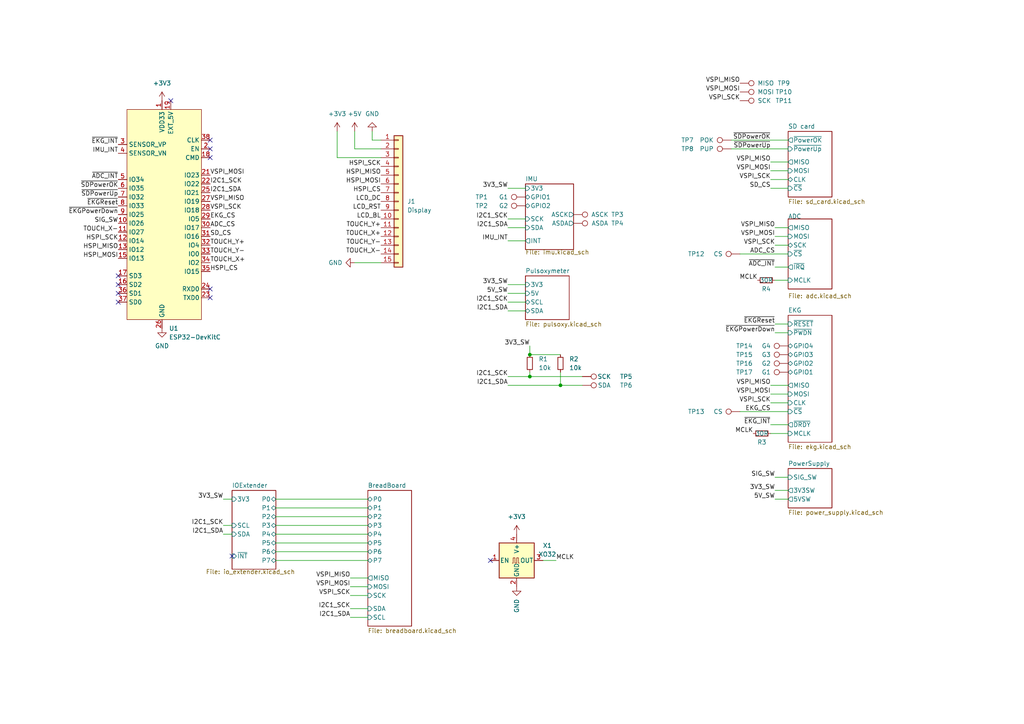
<source format=kicad_sch>
(kicad_sch (version 20211123) (generator eeschema)
  (paper "A4")
  (lib_symbols
    (symbol "Connector:TestPoint" (pin_numbers hide) (pin_names (offset 0.762) hide)
      (property "Reference" "TP" (at 0 6.858 0))
      (property "Value" "TestPoint" (at 0 5.08 0))
      (symbol "TestPoint_0_1"
        (circle (center 0 3.302) (radius 0.762))
      )
      (symbol "TestPoint_1_1"
        (pin passive line (at 0 0 90) (length 2.54) (name "1") (number "1"))
      )
    )
    (symbol "Connector_Generic:Conn_01x15" (pin_names (offset 1.016) hide)
      (property "Reference" "J" (at 0 20.32 0))
      (property "Value" "Conn_01x15" (at 0 -20.32 0))
      (symbol "Conn_01x15_1_1"
        (rectangle (start -1.27 -17.653) (end 0 -17.907) (stroke (width 0.1524)))
        (rectangle (start -1.27 -15.113) (end 0 -15.367) (stroke (width 0.1524)))
        (rectangle (start -1.27 -12.573) (end 0 -12.827) (stroke (width 0.1524)))
        (rectangle (start -1.27 -10.033) (end 0 -10.287) (stroke (width 0.1524)))
        (rectangle (start -1.27 -7.493) (end 0 -7.747) (stroke (width 0.1524)))
        (rectangle (start -1.27 -4.953) (end 0 -5.207) (stroke (width 0.1524)))
        (rectangle (start -1.27 -2.413) (end 0 -2.667) (stroke (width 0.1524)))
        (rectangle (start -1.27 0.127) (end 0 -0.127) (stroke (width 0.1524)))
        (rectangle (start -1.27 2.667) (end 0 2.413) (stroke (width 0.1524)))
        (rectangle (start -1.27 5.207) (end 0 4.953) (stroke (width 0.1524)))
        (rectangle (start -1.27 7.747) (end 0 7.493) (stroke (width 0.1524)))
        (rectangle (start -1.27 10.287) (end 0 10.033) (stroke (width 0.1524)))
        (rectangle (start -1.27 12.827) (end 0 12.573) (stroke (width 0.1524)))
        (rectangle (start -1.27 15.367) (end 0 15.113) (stroke (width 0.1524)))
        (rectangle (start -1.27 17.907) (end 0 17.653) (stroke (width 0.1524)))
        (rectangle (start -1.27 19.05) (end 1.27 -19.05) (stroke (width 0.254)) (fill (type background)))
        (pin passive line (at -5.08 17.78 0) (length 3.81) (name "Pin_1") (number "1"))
        (pin passive line (at -5.08 -5.08 0) (length 3.81) (name "Pin_10") (number "10"))
        (pin passive line (at -5.08 -7.62 0) (length 3.81) (name "Pin_11") (number "11"))
        (pin passive line (at -5.08 -10.16 0) (length 3.81) (name "Pin_12") (number "12"))
        (pin passive line (at -5.08 -12.7 0) (length 3.81) (name "Pin_13") (number "13"))
        (pin passive line (at -5.08 -15.24 0) (length 3.81) (name "Pin_14") (number "14"))
        (pin passive line (at -5.08 -17.78 0) (length 3.81) (name "Pin_15") (number "15"))
        (pin passive line (at -5.08 15.24 0) (length 3.81) (name "Pin_2") (number "2"))
        (pin passive line (at -5.08 12.7 0) (length 3.81) (name "Pin_3") (number "3"))
        (pin passive line (at -5.08 10.16 0) (length 3.81) (name "Pin_4") (number "4"))
        (pin passive line (at -5.08 7.62 0) (length 3.81) (name "Pin_5") (number "5"))
        (pin passive line (at -5.08 5.08 0) (length 3.81) (name "Pin_6") (number "6"))
        (pin passive line (at -5.08 2.54 0) (length 3.81) (name "Pin_7") (number "7"))
        (pin passive line (at -5.08 0 0) (length 3.81) (name "Pin_8") (number "8"))
        (pin passive line (at -5.08 -2.54 0) (length 3.81) (name "Pin_9") (number "9"))
      )
    )
    (symbol "Device:R_Small" (pin_numbers hide) (pin_names (offset 0.254) hide)
      (property "Reference" "R" (at 0.762 0.508 0))
      (property "Value" "R_Small" (at 0.762 -1.016 0))
      (symbol "R_Small_0_1"
        (rectangle (start -0.762 1.778) (end 0.762 -1.778) (stroke (width 0.2032)))
      )
      (symbol "R_Small_1_1"
        (pin passive line (at 0 2.54 270) (length 0.762) (name "~") (number "1"))
        (pin passive line (at 0 -2.54 90) (length 0.762) (name "~") (number "2"))
      )
    )
    (symbol "Oscillator:XO32" (pin_names (offset 0.254))
      (property "Reference" "X" (at -5.08 6.35 0))
      (property "Value" "XO32" (at 1.27 -6.35 0))
      (symbol "XO32_0_1"
        (rectangle (start -5.08 5.08) (end 5.08 -5.08) (stroke (width 0.254)) (fill (type background)))
        (polyline (pts (xy -1.27 -0.762) (xy -1.016 -0.762) (xy -1.016 0.762) (xy -0.508 0.762) (xy -0.508 -0.762) (xy 0 -0.762) (xy 0 0.762) (xy 0.508 0.762) (xy 0.508 -0.762) (xy 0.762 -0.762)))
      )
      (symbol "XO32_1_1"
        (pin input line (at -7.62 0 0) (length 2.54) (name "EN") (number "1"))
        (pin power_in line (at 0 -7.62 90) (length 2.54) (name "GND") (number "2"))
        (pin output line (at 7.62 0 180) (length 2.54) (name "OUT") (number "3"))
        (pin power_in line (at 0 7.62 270) (length 2.54) (name "V+") (number "4"))
      )
    )
    (symbol "ownLib:ESP32-DevKitC"
      (property "Reference" "U" (at -2.54 10.16 0))
      (property "Value" "ESP32-DevKitC" (at 0 -1.27 90))
      (symbol "ESP32-DevKitC_0_0"
        (pin power_in line (at -1.27 35.56 270) (length 2.54) (name "VDD33") (number "1"))
        (pin bidirectional line (at -13.97 0 0) (length 2.54) (name "IO26") (number "10"))
        (pin bidirectional line (at -13.97 -2.54 0) (length 2.54) (name "IO27") (number "11"))
        (pin bidirectional line (at -13.97 -5.08 0) (length 2.54) (name "IO14") (number "12"))
        (pin bidirectional line (at -13.97 -7.62 0) (length 2.54) (name "IO12") (number "13"))
        (pin power_in line (at -1.27 -30.48 90) (length 2.54) hide (name "GND") (number "14"))
        (pin bidirectional line (at -13.97 -10.16 0) (length 2.54) (name "IO13") (number "15"))
        (pin bidirectional line (at -13.97 -17.78 0) (length 2.54) (name "SD2") (number "16"))
        (pin bidirectional line (at -13.97 -15.24 0) (length 2.54) (name "SD3") (number "17"))
        (pin bidirectional line (at 12.7 19.05 180) (length 2.54) (name "CMD") (number "18"))
        (pin power_in line (at 1.27 35.56 270) (length 2.54) (name "EXT_5V") (number "19"))
        (pin input line (at 12.7 21.59 180) (length 2.54) (name "EN") (number "2"))
        (pin power_in line (at -1.27 -30.48 90) (length 2.54) hide (name "GND") (number "20"))
        (pin bidirectional line (at 12.7 13.97 180) (length 2.54) (name "IO23") (number "21"))
        (pin bidirectional line (at 12.7 11.43 180) (length 2.54) (name "IO22") (number "22"))
        (pin output line (at 12.7 -21.59 180) (length 2.54) (name "TXD0") (number "23"))
        (pin input line (at 12.7 -19.05 180) (length 2.54) (name "RXD0") (number "24"))
        (pin bidirectional line (at 12.7 8.89 180) (length 2.54) (name "IO21") (number "25"))
        (pin power_in line (at -1.27 -30.48 90) (length 2.54) (name "GND") (number "26"))
        (pin bidirectional line (at 12.7 6.35 180) (length 2.54) (name "IO19") (number "27"))
        (pin bidirectional line (at 12.7 3.81 180) (length 2.54) (name "IO18") (number "28"))
        (pin bidirectional line (at 12.7 1.27 180) (length 2.54) (name "IO5") (number "29"))
        (pin bidirectional line (at -13.97 22.86 0) (length 2.54) (name "SENSOR_VP") (number "3"))
        (pin bidirectional line (at 12.7 -1.27 180) (length 2.54) (name "IO17") (number "30"))
        (pin bidirectional line (at 12.7 -3.81 180) (length 2.54) (name "IO16") (number "31"))
        (pin bidirectional line (at 12.7 -6.35 180) (length 2.54) (name "IO4") (number "32"))
        (pin bidirectional line (at 12.7 -8.89 180) (length 2.54) (name "IO0") (number "33"))
        (pin bidirectional line (at 12.7 -11.43 180) (length 2.54) (name "IO2") (number "34"))
        (pin bidirectional line (at 12.7 -13.97 180) (length 2.54) (name "IO15") (number "35"))
        (pin bidirectional line (at -13.97 -20.32 0) (length 2.54) (name "SD1") (number "36"))
        (pin bidirectional line (at -13.97 -22.86 0) (length 2.54) (name "SD0") (number "37"))
        (pin bidirectional line (at 12.7 24.13 180) (length 2.54) (name "CLK") (number "38"))
        (pin bidirectional line (at -13.97 20.32 0) (length 2.54) (name "SENSOR_VN") (number "4"))
        (pin bidirectional line (at -13.97 12.7 0) (length 2.54) (name "IO34") (number "5"))
        (pin bidirectional line (at -13.97 10.16 0) (length 2.54) (name "IO35") (number "6"))
        (pin bidirectional line (at -13.97 7.62 0) (length 2.54) (name "IO32") (number "7"))
        (pin bidirectional line (at -13.97 5.08 0) (length 2.54) (name "IO33") (number "8"))
        (pin bidirectional line (at -13.97 2.54 0) (length 2.54) (name "IO25") (number "9"))
      )
      (symbol "ESP32-DevKitC_0_1"
        (rectangle (start -11.43 33.02) (end 10.16 -27.94) (fill (type background)))
      )
    )
    (symbol "power:+3V3" (power) (pin_names (offset 0))
      (property "Value" "+3V3" (at 0 3.556 0))
      (symbol "+3V3_0_1"
        (polyline (pts (xy -0.762 1.27) (xy 0 2.54)))
        (polyline (pts (xy 0 0) (xy 0 2.54)))
        (polyline (pts (xy 0 2.54) (xy 0.762 1.27)))
      )
      (symbol "+3V3_1_1"
        (pin power_in line (at 0 0 90) (length 0) hide (name "+3V3") (number "1"))
      )
    )
    (symbol "power:+5V" (power) (pin_names (offset 0))
      (property "Value" "+5V" (at 0 3.556 0))
      (symbol "+5V_0_1"
        (polyline (pts (xy -0.762 1.27) (xy 0 2.54)))
        (polyline (pts (xy 0 0) (xy 0 2.54)))
        (polyline (pts (xy 0 2.54) (xy 0.762 1.27)))
      )
      (symbol "+5V_1_1"
        (pin power_in line (at 0 0 90) (length 0) hide (name "+5V") (number "1"))
      )
    )
    (symbol "power:GND" (power) (pin_names (offset 0))
      (property "Value" "GND" (at 0 -3.81 0))
      (symbol "GND_0_1"
        (polyline (pts (xy 0 0) (xy 0 -1.27) (xy 1.27 -1.27) (xy 0 -2.54) (xy -1.27 -1.27) (xy 0 -1.27)))
      )
      (symbol "GND_1_1"
        (pin power_in line (at 0 0 270) (length 0) hide (name "GND") (number "1"))
      )
    )
  )
  (junction (at 153.67 109.22))
  (junction (at 162.56 111.76))
  (junction (at 153.67 102.87))
  (no_connect (at 49.53 29.21))
  (no_connect (at 60.96 40.64))
  (no_connect (at 60.96 43.18))
  (no_connect (at 60.96 45.72))
  (no_connect (at 34.29 85.09))
  (no_connect (at 34.29 82.55))
  (no_connect (at 34.29 87.63))
  (no_connect (at 34.29 80.01))
  (no_connect (at 60.96 83.82))
  (no_connect (at 60.96 86.36))
  (no_connect (at 142.24 162.56))
  (no_connect (at 67.31 161.29))
  (wire (pts (xy 64.77 152.4) (xy 67.31 152.4)))
  (wire (pts (xy 147.32 82.55) (xy 152.4 82.55)))
  (wire (pts (xy 223.52 123.19) (xy 228.6 123.19)))
  (wire (pts (xy 162.56 102.87) (xy 153.67 102.87)))
  (wire (pts (xy 224.79 138.43) (xy 228.6 138.43)))
  (wire (pts (xy 107.95 38.1) (xy 107.95 40.64)))
  (wire (pts (xy 80.01 152.4) (xy 106.68 152.4)))
  (wire (pts (xy 102.87 76.2) (xy 110.49 76.2)))
  (wire (pts (xy 97.79 45.72) (xy 110.49 45.72)))
  (wire (pts (xy 153.67 109.22) (xy 168.91 109.22)))
  (wire (pts (xy 80.01 144.78) (xy 106.68 144.78)))
  (wire (pts (xy 162.56 111.76) (xy 168.91 111.76)))
  (wire (pts (xy 80.01 162.56) (xy 106.68 162.56)))
  (wire (pts (xy 223.52 54.61) (xy 228.6 54.61)))
  (wire (pts (xy 223.52 111.76) (xy 228.6 111.76)))
  (wire (pts (xy 97.79 38.1) (xy 97.79 45.72)))
  (wire (pts (xy 147.32 54.61) (xy 152.4 54.61)))
  (wire (pts (xy 224.79 71.12) (xy 228.6 71.12)))
  (wire (pts (xy 147.32 63.5) (xy 152.4 63.5)))
  (wire (pts (xy 80.01 154.94) (xy 106.68 154.94)))
  (wire (pts (xy 223.52 46.99) (xy 228.6 46.99)))
  (wire (pts (xy 80.01 149.86) (xy 106.68 149.86)))
  (wire (pts (xy 101.6 179.07) (xy 106.68 179.07)))
  (wire (pts (xy 64.77 154.94) (xy 67.31 154.94)))
  (wire (pts (xy 224.79 96.52) (xy 228.6 96.52)))
  (wire (pts (xy 147.32 109.22) (xy 153.67 109.22)))
  (wire (pts (xy 147.32 85.09) (xy 152.4 85.09)))
  (wire (pts (xy 224.79 144.78) (xy 228.6 144.78)))
  (wire (pts (xy 147.32 111.76) (xy 162.56 111.76)))
  (wire (pts (xy 224.79 77.47) (xy 228.6 77.47)))
  (wire (pts (xy 224.79 142.24) (xy 228.6 142.24)))
  (wire (pts (xy 223.52 125.73) (xy 228.6 125.73)))
  (wire (pts (xy 212.09 43.18) (xy 228.6 43.18)))
  (wire (pts (xy 212.09 40.64) (xy 228.6 40.64)))
  (wire (pts (xy 80.01 157.48) (xy 106.68 157.48)))
  (wire (pts (xy 101.6 172.72) (xy 106.68 172.72)))
  (wire (pts (xy 147.32 66.04) (xy 152.4 66.04)))
  (wire (pts (xy 153.67 100.33) (xy 153.67 102.87)))
  (wire (pts (xy 147.32 90.17) (xy 152.4 90.17)))
  (wire (pts (xy 80.01 147.32) (xy 106.68 147.32)))
  (wire (pts (xy 147.32 87.63) (xy 152.4 87.63)))
  (wire (pts (xy 147.32 69.85) (xy 152.4 69.85)))
  (wire (pts (xy 80.01 160.02) (xy 106.68 160.02)))
  (wire (pts (xy 214.63 119.38) (xy 228.6 119.38)))
  (wire (pts (xy 224.79 93.98) (xy 228.6 93.98)))
  (wire (pts (xy 223.52 116.84) (xy 228.6 116.84)))
  (wire (pts (xy 223.52 52.07) (xy 228.6 52.07)))
  (wire (pts (xy 224.79 81.28) (xy 228.6 81.28)))
  (wire (pts (xy 224.79 68.58) (xy 228.6 68.58)))
  (wire (pts (xy 101.6 176.53) (xy 106.68 176.53)))
  (wire (pts (xy 223.52 49.53) (xy 228.6 49.53)))
  (wire (pts (xy 101.6 167.64) (xy 106.68 167.64)))
  (wire (pts (xy 214.63 73.66) (xy 228.6 73.66)))
  (wire (pts (xy 224.79 66.04) (xy 228.6 66.04)))
  (wire (pts (xy 107.95 40.64) (xy 110.49 40.64)))
  (wire (pts (xy 157.48 162.56) (xy 161.29 162.56)))
  (wire (pts (xy 223.52 114.3) (xy 228.6 114.3)))
  (wire (pts (xy 153.67 109.22) (xy 153.67 107.95)))
  (wire (pts (xy 102.87 38.1) (xy 102.87 43.18)))
  (wire (pts (xy 102.87 43.18) (xy 110.49 43.18)))
  (wire (pts (xy 162.56 111.76) (xy 162.56 107.95)))
  (wire (pts (xy 101.6 170.18) (xy 106.68 170.18)))
  (wire (pts (xy 64.77 144.78) (xy 67.31 144.78)))
  (label "I2C1_SCK" (at 147.32 87.63 180))
  (label "VSPI_SCK" (at 214.63 29.21 180))
  (label "LCD_BL" (at 110.49 63.5 180))
  (label "VSPI_MISO" (at 224.79 66.04 180))
  (label "HSPI_MOSI" (at 110.49 53.34 180))
  (label "~{EKG_INT}" (at 34.29 41.91 180))
  (label "VSPI_MOSI" (at 224.79 68.58 180))
  (label "~{SDPowerUp}" (at 223.52 43.18 180))
  (label "3V3_SW" (at 224.79 142.24 180))
  (label "I2C1_SCK" (at 64.77 152.4 180))
  (label "SIG_SW" (at 224.79 138.43 180))
  (label "VSPI_SCK" (at 101.6 172.72 180))
  (label "VSPI_MISO" (at 60.96 58.42 0))
  (label "VSPI_SCK" (at 224.79 71.12 180))
  (label "VSPI_MISO" (at 223.52 46.99 180))
  (label "HSPI_CS" (at 110.49 55.88 180))
  (label "I2C1_SCK" (at 147.32 63.5 180))
  (label "I2C1_SDA" (at 101.6 179.07 180))
  (label "5V_SW" (at 224.79 144.78 180))
  (label "~{EKGPowerDown}" (at 224.79 96.52 180))
  (label "IMU_INT" (at 147.32 69.85 180))
  (label "SIG_SW" (at 34.29 64.77 180))
  (label "MCLK" (at 161.29 162.56 0))
  (label "I2C1_SDA" (at 60.96 55.88 0))
  (label "ADC_CS" (at 60.96 66.04 0))
  (label "TOUCH_Y+" (at 110.49 66.04 180))
  (label "~{EKGPowerDown}" (at 34.29 62.23 180))
  (label "I2C1_SDA" (at 147.32 111.76 180))
  (label "~{SDPowerOK}" (at 34.29 54.61 180))
  (label "~{EKG_INT}" (at 223.52 123.19 180))
  (label "~{SDPowerUp}" (at 34.29 57.15 180))
  (label "HSPI_SCK" (at 110.49 48.26 180))
  (label "LCD_DC" (at 110.49 58.42 180))
  (label "TOUCH_X-" (at 34.29 67.31 180))
  (label "VSPI_SCK" (at 60.96 60.96 0))
  (label "VSPI_MOSI" (at 60.96 50.8 0))
  (label "I2C1_SDA" (at 64.77 154.94 180))
  (label "SD_CS" (at 60.96 68.58 0))
  (label "HSPI_SCK" (at 34.29 69.85 180))
  (label "~{EKGReset}" (at 224.79 93.98 180))
  (label "I2C1_SDA" (at 147.32 90.17 180))
  (label "3V3_SW" (at 64.77 144.78 180))
  (label "3V3_SW" (at 153.67 100.33 180))
  (label "MCLK" (at 218.44 125.73 180))
  (label "I2C1_SCK" (at 147.32 109.22 180))
  (label "TOUCH_X-" (at 110.49 73.66 180))
  (label "~{ADC_INT}" (at 34.29 52.07 180))
  (label "I2C1_SCK" (at 60.96 53.34 0))
  (label "VSPI_MISO" (at 214.63 24.13 180))
  (label "5V_SW" (at 147.32 85.09 180))
  (label "VSPI_SCK" (at 223.52 116.84 180))
  (label "SD_CS" (at 223.52 54.61 180))
  (label "HSPI_CS" (at 60.96 78.74 0))
  (label "VSPI_MISO" (at 101.6 167.64 180))
  (label "EKG_CS" (at 60.96 63.5 0))
  (label "HSPI_MOSI" (at 34.29 74.93 180))
  (label "VSPI_MOSI" (at 214.63 26.67 180))
  (label "VSPI_SCK" (at 223.52 52.07 180))
  (label "TOUCH_Y-" (at 60.96 73.66 0))
  (label "IMU_INT" (at 34.29 44.45 180))
  (label "HSPI_MISO" (at 34.29 72.39 180))
  (label "VSPI_MOSI" (at 223.52 114.3 180))
  (label "TOUCH_X+" (at 110.49 68.58 180))
  (label "~{EKGReset}" (at 34.29 59.69 180))
  (label "ADC_CS" (at 224.79 73.66 180))
  (label "VSPI_MOSI" (at 223.52 49.53 180))
  (label "MCLK" (at 219.71 81.28 180))
  (label "EKG_CS" (at 223.52 119.38 180))
  (label "I2C1_SDA" (at 147.32 66.04 180))
  (label "TOUCH_Y-" (at 110.49 71.12 180))
  (label "3V3_SW" (at 147.32 54.61 180))
  (label "I2C1_SCK" (at 101.6 176.53 180))
  (label "VSPI_MISO" (at 223.52 111.76 180))
  (label "VSPI_MOSI" (at 101.6 170.18 180))
  (label "TOUCH_X+" (at 60.96 76.2 0))
  (label "HSPI_MISO" (at 110.49 50.8 180))
  (label "~{SDPowerOK}" (at 223.52 40.64 180))
  (label "~{ADC_INT}" (at 224.79 77.47 180))
  (label "3V3_SW" (at 147.32 82.55 180))
  (label "LCD_RST" (at 110.49 60.96 180))
  (label "TOUCH_Y+" (at 60.96 71.12 0))
  (symbol (lib_id "Device:R_Small") (at 153.67 105.41 0) (unit 1)
    (property "Reference" "R1" (at 156.21 104.1399 0) (effects (justify left)))
    (property "Value" "10k" (at 156.21 106.6799 0) (effects (justify left)))
  )
  (symbol (lib_id "Connector:TestPoint") (at 166.37 62.23 270) (unit 1)
    (property "Reference" "TP3" (at 179.07 62.23 90))
    (property "Value" "ASCK" (at 173.99 62.23 90))
  )
  (symbol (lib_id "Connector:TestPoint") (at 152.4 57.15 90) (unit 1)
    (property "Reference" "TP1" (at 139.7 57.15 90))
    (property "Value" "G1" (at 146.05 57.15 90))
  )
  (symbol (lib_id "Oscillator:XO32") (at 149.86 162.56 0) (unit 1)
    (property "Reference" "X1" (at 158.75 158.2293 0))
    (property "Value" "XO32" (at 158.75 160.7693 0))
    (property "Footprint" "Oscillator:Oscillator_SMD_EuroQuartz_XO32-4Pin_3.2x2.5mm" (effects hide))
    (property "Datasheet" "http://cdn-reichelt.de/documents/datenblatt/B400/XO32.pdf" (effects hide))
  )
  (symbol (lib_id "Connector:TestPoint") (at 152.4 59.69 90) (unit 1)
    (property "Reference" "TP2" (at 139.7 59.69 90))
    (property "Value" "G2" (at 146.05 59.69 90))
  )
  (symbol (lib_id "Connector:TestPoint") (at 228.6 105.41 90) (unit 1)
    (property "Reference" "TP16" (at 215.9 105.41 90))
    (property "Value" "G2" (at 222.25 105.41 90))
  )
  (symbol (lib_id "Connector:TestPoint") (at 166.37 64.77 270) (unit 1)
    (property "Reference" "TP4" (at 179.07 64.77 90))
    (property "Value" "ASDA" (at 173.99 64.77 90))
  )
  (symbol (lib_id "Connector:TestPoint") (at 228.6 107.95 90) (unit 1)
    (property "Reference" "TP17" (at 215.9 107.95 90))
    (property "Value" "G1" (at 222.25 107.95 90))
  )
  (symbol (lib_id "Connector:TestPoint") (at 214.63 26.67 270) (unit 1)
    (property "Reference" "TP10" (at 227.33 26.67 90))
    (property "Value" "MOSI" (at 219.71 26.67 90) (effects (justify left)))
  )
  (symbol (lib_id "power:GND") (at 149.86 170.18 0) (unit 1)
    (property "Reference" "#PWR08" (effects hide))
    (property "Value" "GND" (at 149.86 177.8 90) (effects (justify left)))
  )
  (symbol (lib_id "Connector_Generic:Conn_01x15") (at 115.57 58.42 0) (unit 1)
    (property "Reference" "J1" (at 118.11 58.4199 0) (effects (justify left)))
    (property "Value" "Display" (at 118.11 60.9599 0) (effects (justify left)))
  )
  (symbol (lib_id "Connector:TestPoint") (at 212.09 43.18 90) (unit 1)
    (property "Reference" "TP8" (at 199.39 43.18 90))
    (property "Value" "PUP" (at 207.01 43.18 90) (effects (justify left)))
  )
  (symbol (lib_id "power:+3V3") (at 149.86 154.94 0) (unit 1)
    (property "Reference" "#PWR07" (effects hide))
    (property "Value" "+3V3" (at 149.86 149.86 0))
  )
  (symbol (lib_id "Connector:TestPoint") (at 214.63 119.38 90) (unit 1)
    (property "Reference" "TP13" (at 201.93 119.38 90))
    (property "Value" "CS" (at 208.28 119.38 90))
  )
  (symbol (lib_id "Connector:TestPoint") (at 214.63 24.13 270) (unit 1)
    (property "Reference" "TP9" (at 227.33 24.13 90))
    (property "Value" "MISO" (at 219.71 24.13 90) (effects (justify left)))
  )
  (symbol (lib_id "Connector:TestPoint") (at 214.63 73.66 90) (unit 1)
    (property "Reference" "TP12" (at 201.93 73.66 90))
    (property "Value" "CS" (at 208.28 73.66 90))
  )
  (symbol (lib_id "ownLib:ESP32-DevKitC") (at 48.26 64.77 0) (unit 1)
    (property "Reference" "U1" (at 49.0094 95.25 0) (effects (justify left)))
    (property "Value" "ESP32-DevKitC" (at 49.0094 97.79 0) (effects (justify left)))
    (property "Datasheet" "https://www.espressif.com/en/support/documents/technical-documents?keys=dev&field_type_tid%5B%5D=127" (effects hide))
  )
  (symbol (lib_id "power:+3V3") (at 46.99 29.21 0) (unit 1)
    (property "Reference" "#PWR01" (effects hide))
    (property "Value" "+3V3" (at 46.99 24.13 0))
  )
  (symbol (lib_id "power:GND") (at 46.99 95.25 0) (unit 1)
    (property "Reference" "#PWR02" (effects hide))
    (property "Value" "GND" (at 46.99 100.33 0))
  )
  (symbol (lib_id "Connector:TestPoint") (at 212.09 40.64 90) (unit 1)
    (property "Reference" "TP7" (at 199.39 40.64 90))
    (property "Value" "POK" (at 207.01 40.64 90) (effects (justify left)))
  )
  (symbol (lib_id "power:GND") (at 107.95 38.1 180) (unit 1)
    (property "Reference" "#PWR06" (effects hide))
    (property "Value" "GND" (at 107.95 33.02 0))
  )
  (symbol (lib_id "Connector:TestPoint") (at 214.63 29.21 270) (unit 1)
    (property "Reference" "TP11" (at 227.33 29.21 90))
    (property "Value" "SCK" (at 219.71 29.21 90) (effects (justify left)))
  )
  (symbol (lib_id "Device:R_Small") (at 162.56 105.41 0) (unit 1)
    (property "Reference" "R2" (at 165.1 104.1399 0) (effects (justify left)))
    (property "Value" "10k" (at 165.1 106.6799 0) (effects (justify left)))
  )
  (symbol (lib_id "Connector:TestPoint") (at 168.91 109.22 270) (unit 1)
    (property "Reference" "TP5" (at 181.61 109.22 90))
    (property "Value" "SCK" (at 175.26 109.22 90))
  )
  (symbol (lib_id "Connector:TestPoint") (at 168.91 111.76 270) (unit 1)
    (property "Reference" "TP6" (at 181.61 111.76 90))
    (property "Value" "SDA" (at 175.26 111.76 90))
  )
  (symbol (lib_id "Connector:TestPoint") (at 228.6 100.33 90) (unit 1)
    (property "Reference" "TP14" (at 215.9 100.33 90))
    (property "Value" "G4" (at 222.25 100.33 90))
  )
  (symbol (lib_id "power:GND") (at 102.87 76.2 270) (unit 1)
    (property "Reference" "#PWR05" (effects hide))
    (property "Value" "GND" (at 95.25 76.2 90) (effects (justify left)))
  )
  (symbol (lib_id "Connector:TestPoint") (at 228.6 102.87 90) (unit 1)
    (property "Reference" "TP15" (at 215.9 102.87 90))
    (property "Value" "G3" (at 222.25 102.87 90))
  )
  (symbol (lib_id "Device:R_Small") (at 222.25 81.28 270) (unit 1)
    (property "Reference" "R4" (at 222.25 83.82 90))
    (property "Value" "30R" (at 222.25 81.28 90))
  )
  (symbol (lib_id "power:+5V") (at 102.87 38.1 0) (unit 1)
    (property "Reference" "#PWR04" (effects hide))
    (property "Value" "+5V" (at 102.87 33.02 0))
  )
  (symbol (lib_id "Device:R_Small") (at 220.98 125.73 270) (unit 1)
    (property "Reference" "R3" (at 220.98 128.27 90))
    (property "Value" "30R" (at 220.98 125.73 90))
  )
  (symbol (lib_id "power:+3V3") (at 97.79 38.1 0) (unit 1)
    (property "Reference" "#PWR03" (effects hide))
    (property "Value" "+3V3" (at 97.79 33.02 0))
  )
  (sheet (at 228.6 135.89) (size 12.7 11.43) (stroke (width 0.1524))
    (property "Sheet name" "PowerSupply" (at 228.6 135.1784 0) (effects (justify left bottom)))
    (property "Sheet file" "power_supply.kicad_sch" (at 228.6 147.9046 0) (effects (justify left top)))
    (pin "3V3SW" output (at 228.6 142.24 180))
    (pin "SIG_SW" input (at 228.6 138.43 180))
    (pin "5VSW" output (at 228.6 144.78 180))
  )
  (sheet (at 106.68 142.24) (size 12.7 39.37) (stroke (width 0.1524))
    (property "Sheet name" "BreadBoard" (at 106.68 141.5284 0) (effects (justify left bottom)))
    (property "Sheet file" "breadboard.kicad_sch" (at 106.68 182.1946 0) (effects (justify left top)))
    (pin "SCK" input (at 106.68 172.72 180))
    (pin "MOSI" input (at 106.68 170.18 180))
    (pin "SDA" input (at 106.68 176.53 180))
    (pin "SCL" input (at 106.68 179.07 180))
    (pin "P6" bidirectional (at 106.68 160.02 180))
    (pin "P7" bidirectional (at 106.68 162.56 180))
    (pin "P5" bidirectional (at 106.68 157.48 180))
    (pin "P3" bidirectional (at 106.68 152.4 180))
    (pin "P2" bidirectional (at 106.68 149.86 180))
    (pin "P4" bidirectional (at 106.68 154.94 180))
    (pin "P0" bidirectional (at 106.68 144.78 180))
    (pin "P1" bidirectional (at 106.68 147.32 180))
    (pin "MISO" output (at 106.68 167.64 180))
  )
  (sheet (at 228.6 38.1) (size 12.7 19.05) (stroke (width 0.1524))
    (property "Sheet name" "SD card" (at 228.6 37.3884 0) (effects (justify left bottom)))
    (property "Sheet file" "sd_card.kicad_sch" (at 228.6 57.7346 0) (effects (justify left top)))
    (pin "~{PowerUp}" input (at 228.6 43.18 180))
    (pin "~{CS}" input (at 228.6 54.61 180))
    (pin "CLK" bidirectional (at 228.6 52.07 180))
    (pin "MOSI" input (at 228.6 49.53 180))
    (pin "MISO" output (at 228.6 46.99 180))
    (pin "~{PowerOK}" output (at 228.6 40.64 180))
  )
  (sheet (at 228.6 63.5) (size 12.7 20.32) (stroke (width 0.1524))
    (property "Sheet name" "ADC" (at 228.6 63.5 0) (effects (justify left bottom)))
    (property "Sheet file" "adc.kicad_sch" (at 228.6 85.09 0) (effects (justify left top)))
    (pin "MOSI" input (at 228.6 68.58 180))
    (pin "MISO" output (at 228.6 66.04 180))
    (pin "SCK" bidirectional (at 228.6 71.12 180))
    (pin "~{CS}" input (at 228.6 73.66 180))
    (pin "~{IRQ}" output (at 228.6 77.47 180))
    (pin "MCLK" input (at 228.6 81.28 180))
  )
  (sheet (at 152.4 80.01) (size 12.7 12.7) (stroke (width 0.1524))
    (property "Sheet name" "Pulsoxymeter" (at 152.4 79.2984 0) (effects (justify left bottom)))
    (property "Sheet file" "pulsoxy.kicad_sch" (at 152.4 93.2946 0) (effects (justify left top)))
    (pin "SCL" bidirectional (at 152.4 87.63 180))
    (pin "SDA" bidirectional (at 152.4 90.17 180))
    (pin "3V3" input (at 152.4 82.55 180))
    (pin "5V" input (at 152.4 85.09 180))
  )
  (sheet (at 67.31 142.24) (size 12.7 22.86) (stroke (width 0.1524))
    (property "Sheet name" "IOExtender" (at 67.31 141.5284 0) (effects (justify left bottom)))
    (property "Sheet file" "io_extender.kicad_sch" (at 59.69 165.1 0) (effects (justify left top)))
    (pin "3V3" input (at 67.31 144.78 180))
    (pin "P0" bidirectional (at 80.01 144.78 0))
    (pin "P2" bidirectional (at 80.01 149.86 0))
    (pin "P1" bidirectional (at 80.01 147.32 0))
    (pin "SCL" input (at 67.31 152.4 180))
    (pin "SDA" input (at 67.31 154.94 180))
    (pin "~{INT}" input (at 67.31 161.29 180))
    (pin "P3" bidirectional (at 80.01 152.4 0))
    (pin "P4" bidirectional (at 80.01 154.94 0))
    (pin "P5" bidirectional (at 80.01 157.48 0))
    (pin "P6" bidirectional (at 80.01 160.02 0))
    (pin "P7" bidirectional (at 80.01 162.56 0))
  )
  (sheet (at 152.4 53.34) (size 13.97 19.05) (stroke (width 0.1524))
    (property "Sheet name" "IMU" (at 152.4 52.6284 0) (effects (justify left bottom)))
    (property "Sheet file" "imu.kicad_sch" (at 152.4 72.39 0) (effects (justify left top)))
    (pin "SDA" input (at 152.4 66.04 180))
    (pin "SCK" input (at 152.4 63.5 180))
    (pin "INT" output (at 152.4 69.85 180))
    (pin "GPIO1" bidirectional (at 152.4 57.15 180))
    (pin "ASCK" output (at 166.37 62.23 0))
    (pin "ASDA" output (at 166.37 64.77 0))
    (pin "GPIO2" bidirectional (at 152.4 59.69 180))
    (pin "3V3" input (at 152.4 54.61 180))
  )
  (sheet (at 228.6 91.44) (size 12.7 36.83) (stroke (width 0.1524))
    (property "Sheet name" "EKG" (at 228.6 90.7284 0) (effects (justify left bottom)))
    (property "Sheet file" "ekg.kicad_sch" (at 228.6 128.8546 0) (effects (justify left top)))
    (pin "~{RESET}" input (at 228.6 93.98 180))
    (pin "GPIO4" bidirectional (at 228.6 100.33 180))
    (pin "GPIO3" bidirectional (at 228.6 102.87 180))
    (pin "GPIO2" bidirectional (at 228.6 105.41 180))
    (pin "~{DRDY}" output (at 228.6 123.19 180))
    (pin "~{PWDN}" input (at 228.6 96.52 180))
    (pin "GPIO1" bidirectional (at 228.6 107.95 180))
    (pin "MISO" output (at 228.6 111.76 180))
    (pin "MOSI" input (at 228.6 114.3 180))
    (pin "~{CS}" input (at 228.6 119.38 180))
    (pin "CLK" input (at 228.6 116.84 180))
    (pin "MCLK" input (at 228.6 125.73 180))
  )
)
</source>
